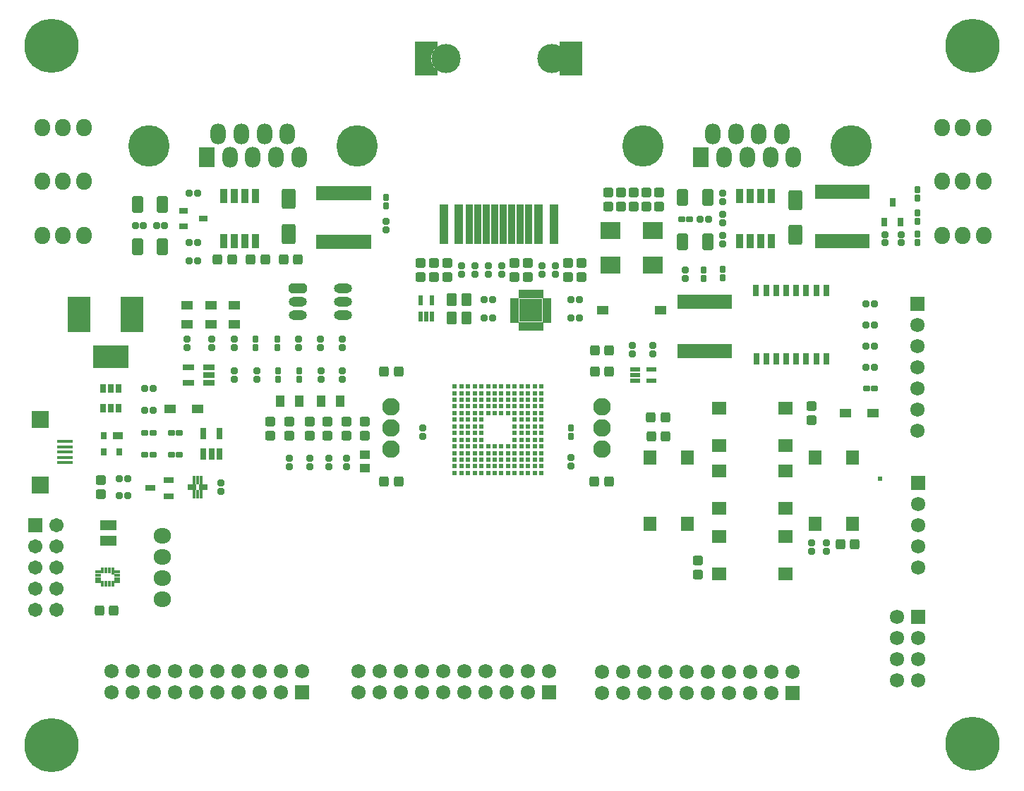
<source format=gts>
G04*
G04 #@! TF.GenerationSoftware,Altium Limited,Altium Designer,21.3.2 (30)*
G04*
G04 Layer_Color=8388736*
%FSTAX24Y24*%
%MOIN*%
G70*
G04*
G04 #@! TF.SameCoordinates,D8A3EA29-9EC9-40DC-B38B-D8388A14BA40*
G04*
G04*
G04 #@! TF.FilePolarity,Negative*
G04*
G01*
G75*
G04:AMPARAMS|DCode=72|XSize=47.4mil|YSize=43.4mil|CornerRadius=8.4mil|HoleSize=0mil|Usage=FLASHONLY|Rotation=0.000|XOffset=0mil|YOffset=0mil|HoleType=Round|Shape=RoundedRectangle|*
%AMROUNDEDRECTD72*
21,1,0.0474,0.0266,0,0,0.0*
21,1,0.0305,0.0434,0,0,0.0*
1,1,0.0169,0.0153,-0.0133*
1,1,0.0169,-0.0153,-0.0133*
1,1,0.0169,-0.0153,0.0133*
1,1,0.0169,0.0153,0.0133*
%
%ADD72ROUNDEDRECTD72*%
%ADD73R,0.0434X0.0552*%
G04:AMPARAMS|DCode=74|XSize=31.6mil|YSize=31.6mil|CornerRadius=6.4mil|HoleSize=0mil|Usage=FLASHONLY|Rotation=180.000|XOffset=0mil|YOffset=0mil|HoleType=Round|Shape=RoundedRectangle|*
%AMROUNDEDRECTD74*
21,1,0.0316,0.0189,0,0,180.0*
21,1,0.0189,0.0316,0,0,180.0*
1,1,0.0127,-0.0094,0.0094*
1,1,0.0127,0.0094,0.0094*
1,1,0.0127,0.0094,-0.0094*
1,1,0.0127,-0.0094,-0.0094*
%
%ADD74ROUNDEDRECTD74*%
%ADD75R,0.0552X0.0395*%
G04:AMPARAMS|DCode=76|XSize=27.7mil|YSize=31.6mil|CornerRadius=6mil|HoleSize=0mil|Usage=FLASHONLY|Rotation=0.000|XOffset=0mil|YOffset=0mil|HoleType=Round|Shape=RoundedRectangle|*
%AMROUNDEDRECTD76*
21,1,0.0277,0.0197,0,0,0.0*
21,1,0.0157,0.0316,0,0,0.0*
1,1,0.0119,0.0079,-0.0098*
1,1,0.0119,-0.0079,-0.0098*
1,1,0.0119,-0.0079,0.0098*
1,1,0.0119,0.0079,0.0098*
%
%ADD76ROUNDEDRECTD76*%
G04:AMPARAMS|DCode=77|XSize=47.4mil|YSize=43.4mil|CornerRadius=8.4mil|HoleSize=0mil|Usage=FLASHONLY|Rotation=90.000|XOffset=0mil|YOffset=0mil|HoleType=Round|Shape=RoundedRectangle|*
%AMROUNDEDRECTD77*
21,1,0.0474,0.0266,0,0,90.0*
21,1,0.0305,0.0434,0,0,90.0*
1,1,0.0169,0.0133,0.0153*
1,1,0.0169,0.0133,-0.0153*
1,1,0.0169,-0.0133,-0.0153*
1,1,0.0169,-0.0133,0.0153*
%
%ADD77ROUNDEDRECTD77*%
%ADD78R,0.0690X0.0592*%
%ADD79R,0.0356X0.0690*%
G04:AMPARAMS|DCode=80|XSize=31.6mil|YSize=31.6mil|CornerRadius=6.4mil|HoleSize=0mil|Usage=FLASHONLY|Rotation=270.000|XOffset=0mil|YOffset=0mil|HoleType=Round|Shape=RoundedRectangle|*
%AMROUNDEDRECTD80*
21,1,0.0316,0.0189,0,0,270.0*
21,1,0.0189,0.0316,0,0,270.0*
1,1,0.0127,-0.0094,-0.0094*
1,1,0.0127,-0.0094,0.0094*
1,1,0.0127,0.0094,0.0094*
1,1,0.0127,0.0094,-0.0094*
%
%ADD80ROUNDEDRECTD80*%
G04:AMPARAMS|DCode=81|XSize=78.9mil|YSize=53.3mil|CornerRadius=9.7mil|HoleSize=0mil|Usage=FLASHONLY|Rotation=270.000|XOffset=0mil|YOffset=0mil|HoleType=Round|Shape=RoundedRectangle|*
%AMROUNDEDRECTD81*
21,1,0.0789,0.0340,0,0,270.0*
21,1,0.0595,0.0533,0,0,270.0*
1,1,0.0193,-0.0170,-0.0298*
1,1,0.0193,-0.0170,0.0298*
1,1,0.0193,0.0170,0.0298*
1,1,0.0193,0.0170,-0.0298*
%
%ADD81ROUNDEDRECTD81*%
%ADD82R,0.0316X0.0552*%
%ADD83R,0.0320X0.1891*%
%ADD84R,0.0399X0.1891*%
%ADD85C,0.0241*%
%ADD86R,0.0316X0.0356*%
%ADD87R,0.0474X0.0356*%
%ADD88R,0.0592X0.0690*%
%ADD89R,0.0493X0.0237*%
%ADD90R,0.0926X0.0848*%
G04:AMPARAMS|DCode=91|XSize=27.7mil|YSize=31.6mil|CornerRadius=6mil|HoleSize=0mil|Usage=FLASHONLY|Rotation=90.000|XOffset=0mil|YOffset=0mil|HoleType=Round|Shape=RoundedRectangle|*
%AMROUNDEDRECTD91*
21,1,0.0277,0.0197,0,0,90.0*
21,1,0.0157,0.0316,0,0,90.0*
1,1,0.0119,0.0098,0.0079*
1,1,0.0119,0.0098,-0.0079*
1,1,0.0119,-0.0098,-0.0079*
1,1,0.0119,-0.0098,0.0079*
%
%ADD91ROUNDEDRECTD91*%
%ADD92R,0.0572X0.0395*%
%ADD93R,0.0257X0.0661*%
%ADD94R,0.0493X0.0316*%
%ADD95R,0.0297X0.0434*%
%ADD96R,0.0415X0.0159*%
%ADD97R,0.0159X0.0415*%
%ADD98R,0.0552X0.0434*%
%ADD99R,0.0828X0.0828*%
%ADD100R,0.0780X0.0180*%
%ADD101R,0.0552X0.0316*%
%ADD102R,0.0297X0.0167*%
%ADD103R,0.0167X0.0297*%
%ADD104R,0.0167X0.0336*%
%ADD105R,0.0257X0.0474*%
%ADD106R,0.0454X0.0434*%
%ADD107R,0.0415X0.0198*%
%ADD108R,0.0198X0.0415*%
%ADD109R,0.1104X0.1104*%
%ADD110R,0.0237X0.0493*%
G04:AMPARAMS|DCode=111|XSize=63.1mil|YSize=47.4mil|CornerRadius=8.9mil|HoleSize=0mil|Usage=FLASHONLY|Rotation=90.000|XOffset=0mil|YOffset=0mil|HoleType=Round|Shape=RoundedRectangle|*
%AMROUNDEDRECTD111*
21,1,0.0631,0.0295,0,0,90.0*
21,1,0.0453,0.0474,0,0,90.0*
1,1,0.0178,0.0148,0.0226*
1,1,0.0178,0.0148,-0.0226*
1,1,0.0178,-0.0148,-0.0226*
1,1,0.0178,-0.0148,0.0226*
%
%ADD111ROUNDEDRECTD111*%
G04:AMPARAMS|DCode=112|XSize=94.6mil|YSize=67.1mil|CornerRadius=11.4mil|HoleSize=0mil|Usage=FLASHONLY|Rotation=270.000|XOffset=0mil|YOffset=0mil|HoleType=Round|Shape=RoundedRectangle|*
%AMROUNDEDRECTD112*
21,1,0.0946,0.0443,0,0,270.0*
21,1,0.0719,0.0671,0,0,270.0*
1,1,0.0228,-0.0221,-0.0359*
1,1,0.0228,-0.0221,0.0359*
1,1,0.0228,0.0221,0.0359*
1,1,0.0228,0.0221,-0.0359*
%
%ADD112ROUNDEDRECTD112*%
%ADD113R,0.0434X0.0316*%
%ADD114O,0.0867X0.0434*%
G04:AMPARAMS|DCode=115|XSize=86.7mil|YSize=43.4mil|CornerRadius=0mil|HoleSize=0mil|Usage=FLASHONLY|Rotation=0.000|XOffset=0mil|YOffset=0mil|HoleType=Round|Shape=Octagon|*
%AMOCTAGOND115*
4,1,8,0.0434,-0.0109,0.0434,0.0109,0.0325,0.0217,-0.0325,0.0217,-0.0434,0.0109,-0.0434,-0.0109,-0.0325,-0.0217,0.0325,-0.0217,0.0434,-0.0109,0.0*
%
%ADD115OCTAGOND115*%

%ADD116R,0.0316X0.0434*%
%ADD117C,0.0678*%
%ADD118R,0.0678X0.0678*%
%ADD119R,0.0678X0.0678*%
%ADD120O,0.0730X0.0830*%
%ADD121C,0.0830*%
%ADD122R,0.1680X0.1080*%
%ADD123R,0.1080X0.1680*%
%ADD124R,0.0671X0.0671*%
%ADD125C,0.0671*%
%ADD126O,0.0830X0.0730*%
%ADD127C,0.1379*%
%ADD128O,0.0730X0.0980*%
%ADD129C,0.1954*%
%ADD130R,0.0730X0.0980*%
%ADD131C,0.0245*%
%ADD132C,0.0474*%
%ADD133C,0.2560*%
G36*
X03168Y048728D02*
X032739D01*
Y04849D01*
X032703Y048464D01*
X032668Y048435D01*
X032636Y048405D01*
X032605Y048372D01*
X032577Y048337D01*
X03255Y0483D01*
X032527Y048262D01*
X032506Y048223D01*
X032487Y048182D01*
X032472Y04814D01*
X032459Y048097D01*
X032448Y048053D01*
X032441Y048009D01*
X032437Y047964D01*
X032436Y047919D01*
X032437Y047874D01*
X032441Y04783D01*
X032448Y047785D01*
X032459Y047742D01*
X032472Y047699D01*
X032487Y047657D01*
X032506Y047616D01*
X032527Y047576D01*
X03255Y047538D01*
X032577Y047502D01*
X032605Y047467D01*
X032636Y047434D01*
X032668Y047403D01*
X032703Y047374D01*
X032739Y047348D01*
Y04711D01*
X03168D01*
Y048728D01*
D02*
G37*
G36*
X03851Y047348D02*
X038546Y047374D01*
X038581Y047403D01*
X038613Y047434D01*
X038644Y047467D01*
X038672Y047502D01*
X038698Y047538D01*
X038722Y047576D01*
X038743Y047616D01*
X038761Y047657D01*
X038777Y047699D01*
X03879Y047742D01*
X0388Y047785D01*
X038808Y04783D01*
X038812Y047874D01*
X038813Y047919D01*
X038812Y047964D01*
X038808Y048009D01*
X0388Y048053D01*
X03879Y048097D01*
X038777Y04814D01*
X038761Y048182D01*
X038743Y048223D01*
X038722Y048262D01*
X038698Y0483D01*
X038672Y048337D01*
X038644Y048372D01*
X038613Y048405D01*
X038581Y048435D01*
X038546Y048464D01*
X03851Y04849D01*
Y048728D01*
X039569D01*
Y04711D01*
X03851D01*
Y047348D01*
D02*
G37*
D72*
X0293Y030758D02*
D03*
Y030089D02*
D03*
X02845Y030758D02*
D03*
Y030089D02*
D03*
X02755Y030758D02*
D03*
Y030089D02*
D03*
X0267Y030758D02*
D03*
Y030089D02*
D03*
X02575D02*
D03*
Y030758D02*
D03*
X02485Y030089D02*
D03*
Y030758D02*
D03*
X04505Y024185D02*
D03*
Y023515D02*
D03*
X0504Y031485D02*
D03*
Y030815D02*
D03*
X01685Y027985D02*
D03*
Y027315D02*
D03*
X03195Y038235D02*
D03*
Y037565D02*
D03*
X033217Y038235D02*
D03*
Y037565D02*
D03*
X032583Y038235D02*
D03*
Y037565D02*
D03*
X037017Y038235D02*
D03*
Y037565D02*
D03*
X038917Y038235D02*
D03*
Y037565D02*
D03*
X03955Y038235D02*
D03*
Y037565D02*
D03*
X036383Y038235D02*
D03*
Y037565D02*
D03*
X0426Y041569D02*
D03*
Y0409D02*
D03*
X042Y041569D02*
D03*
Y0409D02*
D03*
X0414Y041569D02*
D03*
Y0409D02*
D03*
X0408Y041569D02*
D03*
Y0409D02*
D03*
X0432Y041569D02*
D03*
Y0409D02*
D03*
D73*
X0262Y0317D02*
D03*
X0253D02*
D03*
X02815D02*
D03*
X02725D02*
D03*
D74*
X035121Y037703D02*
D03*
Y038097D02*
D03*
X033855Y037703D02*
D03*
Y038097D02*
D03*
X034488Y037703D02*
D03*
Y038097D02*
D03*
X035755Y037703D02*
D03*
Y038097D02*
D03*
X037655Y037703D02*
D03*
Y038097D02*
D03*
X0511Y024606D02*
D03*
Y025D02*
D03*
X0504Y024603D02*
D03*
Y024997D02*
D03*
X02845Y028997D02*
D03*
Y028603D02*
D03*
X0276Y028997D02*
D03*
Y028603D02*
D03*
X0267D02*
D03*
Y028997D02*
D03*
X02575D02*
D03*
Y028603D02*
D03*
X02725Y032756D02*
D03*
Y03315D02*
D03*
X02825Y03275D02*
D03*
Y033144D02*
D03*
X02825Y034647D02*
D03*
Y034253D02*
D03*
X027217D02*
D03*
Y034647D02*
D03*
X026184D02*
D03*
Y034253D02*
D03*
X04195Y034347D02*
D03*
Y033953D02*
D03*
X03905Y029047D02*
D03*
Y028653D02*
D03*
X0429Y033953D02*
D03*
Y034347D02*
D03*
X044435Y0379D02*
D03*
Y037506D02*
D03*
X0225Y027453D02*
D03*
Y027847D02*
D03*
X023151Y03425D02*
D03*
Y034644D02*
D03*
X020885Y03425D02*
D03*
Y034644D02*
D03*
X022068Y03425D02*
D03*
Y034644D02*
D03*
X0242Y033147D02*
D03*
Y032753D02*
D03*
X02315Y033147D02*
D03*
Y032753D02*
D03*
X03205Y030444D02*
D03*
Y03005D02*
D03*
X0462Y03915D02*
D03*
Y039544D02*
D03*
Y040153D02*
D03*
Y040547D02*
D03*
Y041547D02*
D03*
Y041153D02*
D03*
X054622Y039594D02*
D03*
Y0392D02*
D03*
X0303Y040197D02*
D03*
Y039803D02*
D03*
X053872Y0392D02*
D03*
Y039594D02*
D03*
X038288Y037703D02*
D03*
Y038097D02*
D03*
D75*
X040522Y036D02*
D03*
X043278D02*
D03*
D76*
X0453Y0379D02*
D03*
Y037506D02*
D03*
X03905Y03005D02*
D03*
Y030444D02*
D03*
X046185Y037556D02*
D03*
Y03795D02*
D03*
X0262Y03315D02*
D03*
Y032756D02*
D03*
X0252Y03315D02*
D03*
Y032756D02*
D03*
X025183Y03425D02*
D03*
Y034644D02*
D03*
X02415Y03425D02*
D03*
Y034644D02*
D03*
X0303Y041344D02*
D03*
Y04095D02*
D03*
X0554Y039597D02*
D03*
Y039203D02*
D03*
Y041306D02*
D03*
Y0417D02*
D03*
Y040597D02*
D03*
Y040203D02*
D03*
D77*
X051765Y02495D02*
D03*
X052435D02*
D03*
X04015Y0279D02*
D03*
X040819D02*
D03*
X030215Y0331D02*
D03*
X030885D02*
D03*
X030215Y0279D02*
D03*
X030885D02*
D03*
X02235Y0384D02*
D03*
X023019D02*
D03*
X042815Y03095D02*
D03*
X043485D02*
D03*
X040165Y0331D02*
D03*
X040835D02*
D03*
X040165Y0341D02*
D03*
X040835D02*
D03*
X0435Y03005D02*
D03*
X042831D02*
D03*
X016781Y0218D02*
D03*
X01745D02*
D03*
X023915Y0384D02*
D03*
X024585D02*
D03*
X026135D02*
D03*
X025465D02*
D03*
D78*
X04605Y025322D02*
D03*
Y02355D02*
D03*
X04918Y025322D02*
D03*
Y02355D02*
D03*
Y026638D02*
D03*
Y02841D02*
D03*
X04605Y026638D02*
D03*
Y02841D02*
D03*
X04918Y029614D02*
D03*
Y031386D02*
D03*
X04605Y029614D02*
D03*
Y031386D02*
D03*
D79*
X02265Y041423D02*
D03*
X02315D02*
D03*
X02365D02*
D03*
X02415D02*
D03*
Y039277D02*
D03*
X02365D02*
D03*
X02315D02*
D03*
X02265D02*
D03*
X047Y041423D02*
D03*
X0475D02*
D03*
X048D02*
D03*
X0485D02*
D03*
Y039277D02*
D03*
X048D02*
D03*
X0475D02*
D03*
X047D02*
D03*
D80*
X01985Y04D02*
D03*
X019456D02*
D03*
X01885D02*
D03*
X018456D02*
D03*
X018097Y02805D02*
D03*
X017703D02*
D03*
X052981Y0353D02*
D03*
X053375D02*
D03*
X052981Y0343D02*
D03*
X053375D02*
D03*
Y0333D02*
D03*
X052981D02*
D03*
X053375Y0363D02*
D03*
X052981D02*
D03*
X019294Y031264D02*
D03*
X0189D02*
D03*
X018097Y02725D02*
D03*
X017703D02*
D03*
X0189Y0323D02*
D03*
X019294D02*
D03*
X034931Y0365D02*
D03*
X035325D02*
D03*
X039431Y03565D02*
D03*
X039037D02*
D03*
X034931D02*
D03*
X035325D02*
D03*
X039425Y0365D02*
D03*
X039031D02*
D03*
X045544Y0403D02*
D03*
X04515D02*
D03*
X0214Y03835D02*
D03*
X021006D02*
D03*
X021Y0392D02*
D03*
X021394D02*
D03*
X0214Y04155D02*
D03*
X021006D02*
D03*
D81*
X018559Y041D02*
D03*
X019741D02*
D03*
X018569Y039D02*
D03*
X01975D02*
D03*
X044309Y03925D02*
D03*
X045491D02*
D03*
X044309Y04135D02*
D03*
X045491D02*
D03*
D82*
X04778Y03695D02*
D03*
X04779Y0337D02*
D03*
X0511Y03695D02*
D03*
X05111Y0337D02*
D03*
X05062Y03695D02*
D03*
X05063Y0337D02*
D03*
X04827D02*
D03*
X05015D02*
D03*
X04873D02*
D03*
X04921D02*
D03*
X04826Y03695D02*
D03*
X04872D02*
D03*
X0492D02*
D03*
X04968Y0337D02*
D03*
X04967Y03695D02*
D03*
X05014D02*
D03*
X021679Y030192D02*
D03*
X022427D02*
D03*
Y029208D02*
D03*
X022053D02*
D03*
X021679D02*
D03*
D83*
X03703Y040073D02*
D03*
X036628D02*
D03*
X036227D02*
D03*
X035825D02*
D03*
X035424D02*
D03*
X035022D02*
D03*
X034621D02*
D03*
X034219D02*
D03*
D84*
X037502D02*
D03*
X033747D02*
D03*
X038227D02*
D03*
X033022D02*
D03*
D85*
X033545Y03241D02*
D03*
X03386D02*
D03*
X034175D02*
D03*
X03449D02*
D03*
X034805D02*
D03*
X03512D02*
D03*
X035435D02*
D03*
X03575D02*
D03*
X036065D02*
D03*
X03638D02*
D03*
X036695D02*
D03*
X03701D02*
D03*
X037325D02*
D03*
X03764D02*
D03*
X033545Y032095D02*
D03*
X03386D02*
D03*
X034175D02*
D03*
X03449D02*
D03*
X034805D02*
D03*
X03512D02*
D03*
X035435D02*
D03*
X03575D02*
D03*
X036065D02*
D03*
X03638D02*
D03*
X036695D02*
D03*
X03701D02*
D03*
X037325D02*
D03*
X03764D02*
D03*
X033545Y03178D02*
D03*
X03386D02*
D03*
X034175D02*
D03*
X03449D02*
D03*
X034805D02*
D03*
X03512D02*
D03*
X035435D02*
D03*
X03575D02*
D03*
X036065D02*
D03*
X03638D02*
D03*
X036695D02*
D03*
X03701D02*
D03*
X037325D02*
D03*
X03764D02*
D03*
X033545Y031465D02*
D03*
X03386D02*
D03*
X034175D02*
D03*
X03449D02*
D03*
X034805D02*
D03*
X03512D02*
D03*
X035435D02*
D03*
X03575D02*
D03*
X036065D02*
D03*
X03638D02*
D03*
X036695D02*
D03*
X03701D02*
D03*
X037325D02*
D03*
X03764D02*
D03*
X033545Y03115D02*
D03*
X03386D02*
D03*
X034175D02*
D03*
X03449D02*
D03*
X034805D02*
D03*
X03512D02*
D03*
X035435D02*
D03*
X03575D02*
D03*
X036065D02*
D03*
X03638D02*
D03*
X036695D02*
D03*
X03701D02*
D03*
X037325D02*
D03*
X03764D02*
D03*
X033545Y030835D02*
D03*
X03386D02*
D03*
X034175D02*
D03*
X03449D02*
D03*
X034805D02*
D03*
X03638D02*
D03*
X036695D02*
D03*
X03701D02*
D03*
X037325D02*
D03*
X03764D02*
D03*
X033545Y03052D02*
D03*
X03386D02*
D03*
X034175D02*
D03*
X03449D02*
D03*
X034805D02*
D03*
X03638D02*
D03*
X036695D02*
D03*
X03701D02*
D03*
X037325D02*
D03*
X03764D02*
D03*
X033545Y030205D02*
D03*
X03386D02*
D03*
X034175D02*
D03*
X03449D02*
D03*
X034805D02*
D03*
X03638D02*
D03*
X036695D02*
D03*
X03701D02*
D03*
X037325D02*
D03*
X03764D02*
D03*
X033545Y02989D02*
D03*
X03386D02*
D03*
X034175D02*
D03*
X03449D02*
D03*
X034805D02*
D03*
X03638D02*
D03*
X036695D02*
D03*
X03701D02*
D03*
X037325D02*
D03*
X03764D02*
D03*
X033545Y029575D02*
D03*
X03386D02*
D03*
X034175D02*
D03*
X03449D02*
D03*
X034805D02*
D03*
X03512D02*
D03*
X035435D02*
D03*
X03575D02*
D03*
X036065D02*
D03*
X03638D02*
D03*
X036695D02*
D03*
X03701D02*
D03*
X037325D02*
D03*
X03764D02*
D03*
X033545Y02926D02*
D03*
X03386D02*
D03*
X034175D02*
D03*
X03449D02*
D03*
X034805D02*
D03*
X03512D02*
D03*
X035435D02*
D03*
X03575D02*
D03*
X036065D02*
D03*
X03638D02*
D03*
X036695D02*
D03*
X03701D02*
D03*
X037325D02*
D03*
X03764D02*
D03*
X033545Y028945D02*
D03*
X03386D02*
D03*
X034175D02*
D03*
X03449D02*
D03*
X034805D02*
D03*
X03512D02*
D03*
X035435D02*
D03*
X03575D02*
D03*
X036065D02*
D03*
X03638D02*
D03*
X036695D02*
D03*
X03701D02*
D03*
X037325D02*
D03*
X03764D02*
D03*
X033545Y02863D02*
D03*
X03386D02*
D03*
X034175D02*
D03*
X03449D02*
D03*
X034805D02*
D03*
X03512D02*
D03*
X035435D02*
D03*
X03575D02*
D03*
X036065D02*
D03*
X03638D02*
D03*
X036695D02*
D03*
X03701D02*
D03*
X037325D02*
D03*
X03764D02*
D03*
X033545Y028315D02*
D03*
X03386D02*
D03*
X034175D02*
D03*
X03449D02*
D03*
X034805D02*
D03*
X03512D02*
D03*
X035435D02*
D03*
X03575D02*
D03*
X036065D02*
D03*
X03638D02*
D03*
X036695D02*
D03*
X03701D02*
D03*
X037325D02*
D03*
X03764D02*
D03*
D86*
X017703Y0293D02*
D03*
X016955D02*
D03*
Y030087D02*
D03*
D87*
X017624D02*
D03*
D88*
X044536Y029033D02*
D03*
X042764D02*
D03*
X044536Y025903D02*
D03*
X042764D02*
D03*
X050564D02*
D03*
X052336D02*
D03*
X050564Y029033D02*
D03*
X052336D02*
D03*
D89*
X042056Y033206D02*
D03*
Y03295D02*
D03*
Y032694D02*
D03*
X042844D02*
D03*
Y033206D02*
D03*
D90*
X040914Y038132D02*
D03*
Y039786D02*
D03*
X042914Y038132D02*
D03*
Y039786D02*
D03*
D91*
X053381Y0323D02*
D03*
X052987D02*
D03*
X0189Y029173D02*
D03*
X019294D02*
D03*
X0189Y030209D02*
D03*
X019294D02*
D03*
X020547Y029173D02*
D03*
X020153D02*
D03*
X020547Y0302D02*
D03*
X020153D02*
D03*
X044256Y0403D02*
D03*
X04465D02*
D03*
D92*
X0533Y03115D02*
D03*
X052001D02*
D03*
X0201Y03135D02*
D03*
X0214D02*
D03*
D93*
X046502Y036407D02*
D03*
X046246D02*
D03*
X04599D02*
D03*
X045734D02*
D03*
X045478D02*
D03*
X045222D02*
D03*
X044966D02*
D03*
X04471D02*
D03*
X044454D02*
D03*
X044198D02*
D03*
Y034093D02*
D03*
X044454D02*
D03*
X04471D02*
D03*
X044966D02*
D03*
X045222D02*
D03*
X045478D02*
D03*
X045734D02*
D03*
X04599D02*
D03*
X046246D02*
D03*
X046502D02*
D03*
X027148Y039243D02*
D03*
X027404D02*
D03*
X02766D02*
D03*
X027916D02*
D03*
X028172D02*
D03*
X028428D02*
D03*
X028684D02*
D03*
X02894D02*
D03*
X029196D02*
D03*
X029452D02*
D03*
Y041557D02*
D03*
X029196D02*
D03*
X02894D02*
D03*
X028684D02*
D03*
X028428D02*
D03*
X028172D02*
D03*
X027916D02*
D03*
X02766D02*
D03*
X027404D02*
D03*
X027148D02*
D03*
X050698Y039293D02*
D03*
X050954D02*
D03*
X05121D02*
D03*
X051466D02*
D03*
X051722D02*
D03*
X051978D02*
D03*
X052234D02*
D03*
X05249D02*
D03*
X052746D02*
D03*
X053002D02*
D03*
Y041607D02*
D03*
X052746D02*
D03*
X05249D02*
D03*
X052234D02*
D03*
X051978D02*
D03*
X051722D02*
D03*
X051466D02*
D03*
X05121D02*
D03*
X050954D02*
D03*
X050698D02*
D03*
D94*
X020033Y027226D02*
D03*
Y027974D02*
D03*
X019167Y0276D02*
D03*
D95*
X016926Y032322D02*
D03*
X0173D02*
D03*
X017674D02*
D03*
Y031378D02*
D03*
X0173D02*
D03*
X016926D02*
D03*
D96*
X021656Y027571D02*
D03*
Y027729D02*
D03*
X021144D02*
D03*
Y027571D02*
D03*
D97*
X021557Y027985D02*
D03*
X0214D02*
D03*
X021243D02*
D03*
Y027315D02*
D03*
X0214D02*
D03*
X021557D02*
D03*
D98*
X02205Y03535D02*
D03*
Y03625D02*
D03*
X0209Y03535D02*
D03*
Y03625D02*
D03*
X02315Y03535D02*
D03*
Y03625D02*
D03*
D99*
X013982Y027745D02*
D03*
Y030855D02*
D03*
D100*
X01515Y0288D02*
D03*
Y029044D02*
D03*
Y0293D02*
D03*
Y029556D02*
D03*
Y029812D02*
D03*
D101*
X020958Y032576D02*
D03*
Y033324D02*
D03*
X021942D02*
D03*
Y03295D02*
D03*
Y032576D02*
D03*
D102*
X017613Y023636D02*
D03*
Y023479D02*
D03*
Y023321D02*
D03*
Y023164D02*
D03*
X016687D02*
D03*
Y023321D02*
D03*
Y023479D02*
D03*
Y023636D02*
D03*
D103*
X017386Y023095D02*
D03*
X017229D02*
D03*
X017071D02*
D03*
X016914D02*
D03*
Y023705D02*
D03*
X017071D02*
D03*
X017229D02*
D03*
D104*
X017386Y023685D02*
D03*
D105*
X01745Y0251D02*
D03*
X017194D02*
D03*
X016938D02*
D03*
Y025848D02*
D03*
X017194D02*
D03*
X01745D02*
D03*
D106*
X0293Y029165D02*
D03*
Y028535D02*
D03*
D107*
X036382Y036492D02*
D03*
Y036295D02*
D03*
Y036098D02*
D03*
Y035902D02*
D03*
Y035705D02*
D03*
Y035508D02*
D03*
X037918D02*
D03*
Y035705D02*
D03*
Y035902D02*
D03*
Y036098D02*
D03*
Y036295D02*
D03*
Y036492D02*
D03*
D108*
X036658Y035232D02*
D03*
X036855D02*
D03*
X037052D02*
D03*
X037248D02*
D03*
X037445D02*
D03*
X037642D02*
D03*
Y036768D02*
D03*
X037445D02*
D03*
X037248D02*
D03*
X037052D02*
D03*
X036855D02*
D03*
X036658D02*
D03*
D109*
X03715Y036D02*
D03*
D110*
X031944Y035726D02*
D03*
X0322D02*
D03*
X032456D02*
D03*
Y036474D02*
D03*
X031944D02*
D03*
D111*
X033396Y0365D02*
D03*
X034104D02*
D03*
X033396Y03565D02*
D03*
X034104D02*
D03*
D112*
X0257Y039623D02*
D03*
Y041277D02*
D03*
X04965Y041227D02*
D03*
Y039573D02*
D03*
D113*
X021672Y04035D02*
D03*
X020728Y039976D02*
D03*
Y040724D02*
D03*
D114*
X028276Y03577D02*
D03*
Y0364D02*
D03*
Y03703D02*
D03*
X02615Y03577D02*
D03*
Y0364D02*
D03*
D115*
Y03703D02*
D03*
D116*
X053848Y040178D02*
D03*
X054596D02*
D03*
X054222Y041122D02*
D03*
D117*
X0554Y0303D02*
D03*
Y0313D02*
D03*
Y0323D02*
D03*
Y0333D02*
D03*
Y0343D02*
D03*
Y0353D02*
D03*
X05545Y02685D02*
D03*
Y02585D02*
D03*
Y02485D02*
D03*
Y02385D02*
D03*
X05445Y0215D02*
D03*
Y0205D02*
D03*
Y0195D02*
D03*
Y0185D02*
D03*
X05545D02*
D03*
Y0195D02*
D03*
Y0205D02*
D03*
X0495Y0189D02*
D03*
X0485D02*
D03*
X0475D02*
D03*
X0465D02*
D03*
X0455D02*
D03*
X0445D02*
D03*
X0435D02*
D03*
X0425D02*
D03*
X0415D02*
D03*
X0405D02*
D03*
Y0179D02*
D03*
X0415D02*
D03*
X0425D02*
D03*
X0435D02*
D03*
X0445D02*
D03*
X0455D02*
D03*
X0465D02*
D03*
X0475D02*
D03*
X0485D02*
D03*
X038Y01895D02*
D03*
X037D02*
D03*
X036D02*
D03*
X035D02*
D03*
X034D02*
D03*
X033D02*
D03*
X032D02*
D03*
X031D02*
D03*
X03D02*
D03*
X029D02*
D03*
Y01795D02*
D03*
X03D02*
D03*
X031D02*
D03*
X032D02*
D03*
X033D02*
D03*
X034D02*
D03*
X035D02*
D03*
X036D02*
D03*
X037D02*
D03*
X02535D02*
D03*
X02435D02*
D03*
X02335D02*
D03*
X02235D02*
D03*
X02135D02*
D03*
X02035D02*
D03*
X01935D02*
D03*
X01835D02*
D03*
X01735D02*
D03*
Y01895D02*
D03*
X01835D02*
D03*
X01935D02*
D03*
X02035D02*
D03*
X02135D02*
D03*
X02235D02*
D03*
X02335D02*
D03*
X02435D02*
D03*
X02535D02*
D03*
X02635D02*
D03*
D118*
X0554Y0363D02*
D03*
X05545Y02785D02*
D03*
Y0215D02*
D03*
D119*
X0495Y0179D02*
D03*
X038Y01795D02*
D03*
X02635D02*
D03*
D120*
X05855Y03955D02*
D03*
X05754D02*
D03*
X05656D02*
D03*
X05855Y0421D02*
D03*
X05754D02*
D03*
X05656D02*
D03*
X05855Y04465D02*
D03*
X05754D02*
D03*
X05656D02*
D03*
X01406D02*
D03*
X01504D02*
D03*
X01605D02*
D03*
Y0421D02*
D03*
X01504D02*
D03*
X01406D02*
D03*
Y03955D02*
D03*
X01504D02*
D03*
X01605D02*
D03*
D121*
X03055Y03045D02*
D03*
Y03145D02*
D03*
Y02945D02*
D03*
X0405D02*
D03*
Y03145D02*
D03*
Y03045D02*
D03*
D122*
X0173Y0338D02*
D03*
D123*
X0158Y0358D02*
D03*
X0183D02*
D03*
D124*
X01375Y02585D02*
D03*
D125*
Y02485D02*
D03*
Y02385D02*
D03*
Y02285D02*
D03*
Y02185D02*
D03*
X01475Y02585D02*
D03*
Y02485D02*
D03*
Y02385D02*
D03*
Y02285D02*
D03*
Y02185D02*
D03*
D126*
X01975Y02535D02*
D03*
Y02434D02*
D03*
Y02336D02*
D03*
Y02235D02*
D03*
D127*
X033124Y047919D02*
D03*
X038124D02*
D03*
D128*
X024559Y04435D02*
D03*
X022378D02*
D03*
X022924Y043232D02*
D03*
X023469Y04435D02*
D03*
X024014Y043232D02*
D03*
X025105D02*
D03*
X02565Y04435D02*
D03*
X026195Y043232D02*
D03*
X047909Y04435D02*
D03*
X045728D02*
D03*
X046274Y043232D02*
D03*
X046819Y04435D02*
D03*
X047364Y043232D02*
D03*
X048455D02*
D03*
X049Y04435D02*
D03*
X049545Y043232D02*
D03*
D129*
X028933Y043791D02*
D03*
X019095D02*
D03*
X052283D02*
D03*
X042445D02*
D03*
D130*
X021833Y043232D02*
D03*
X045183D02*
D03*
D131*
X05365Y02805D02*
D03*
D132*
X013561Y01546D02*
D03*
X013861Y01481D02*
D03*
X015161Y01611D02*
D03*
X014511Y01451D02*
D03*
X015461Y01551D02*
D03*
X014511Y01641D02*
D03*
X013861Y01611D02*
D03*
X015211Y01481D02*
D03*
X058011Y01646D02*
D03*
Y01456D02*
D03*
X058961Y01556D02*
D03*
X058661Y01616D02*
D03*
X058711Y01486D02*
D03*
X057361Y01616D02*
D03*
X057061Y01551D02*
D03*
X057361Y01486D02*
D03*
X014511Y04946D02*
D03*
Y04756D02*
D03*
X015461Y04856D02*
D03*
X015161Y04916D02*
D03*
X015211Y04786D02*
D03*
X013861Y04916D02*
D03*
X013561Y04851D02*
D03*
X013861Y04786D02*
D03*
X057361D02*
D03*
X057061Y04851D02*
D03*
X057361Y04916D02*
D03*
X058711Y04786D02*
D03*
X058661Y04916D02*
D03*
X058961Y04856D02*
D03*
X058011Y04756D02*
D03*
Y04946D02*
D03*
D133*
X0145Y01545D02*
D03*
X058Y0155D02*
D03*
X0145Y0485D02*
D03*
X058D02*
D03*
M02*

</source>
